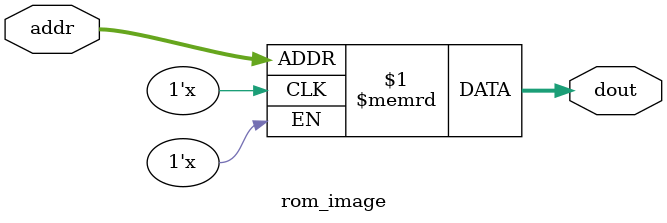
<source format=v>
module rom_image( addr, dout );
//-----------------------------------------------------------------------------
  input [11:0] addr;
  output [7:0] dout;
//-----------------------------------------------------------------------------
  reg [7:0]    rom [4095:0];
//-----------------------------------------------------------------------------
  assign dout = rom[addr];
  initial
    begin
       //
       // place rom data here
       //
    end
endmodule

</source>
